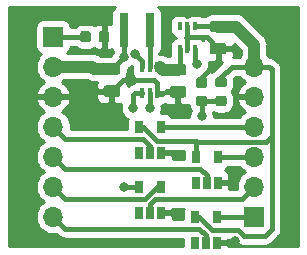
<source format=gbr>
G04 #@! TF.GenerationSoftware,KiCad,Pcbnew,(5.1.5)-3*
G04 #@! TF.CreationDate,2020-08-04T19:08:33+10:00*
G04 #@! TF.ProjectId,Interconnect,496e7465-7263-46f6-9e6e-6563742e6b69,rev 0.2*
G04 #@! TF.SameCoordinates,Original*
G04 #@! TF.FileFunction,Copper,L1,Top*
G04 #@! TF.FilePolarity,Positive*
%FSLAX46Y46*%
G04 Gerber Fmt 4.6, Leading zero omitted, Abs format (unit mm)*
G04 Created by KiCad (PCBNEW (5.1.5)-3) date 2020-08-04 19:08:33*
%MOMM*%
%LPD*%
G04 APERTURE LIST*
%ADD10O,1.700000X1.700000*%
%ADD11R,1.700000X1.700000*%
%ADD12C,0.020000*%
%ADD13R,0.400000X0.650000*%
%ADD14R,0.650000X1.060000*%
%ADD15R,0.400000X0.900000*%
%ADD16R,0.800000X2.900000*%
%ADD17C,0.800000*%
%ADD18C,0.400000*%
%ADD19C,1.000000*%
%ADD20C,0.254000*%
G04 APERTURE END LIST*
D10*
X167640000Y-89408000D03*
X167640000Y-91948000D03*
X167640000Y-94488000D03*
X167640000Y-97028000D03*
X167640000Y-99568000D03*
D11*
X167640000Y-102108000D03*
D10*
X150622000Y-102108000D03*
X150622000Y-99568000D03*
X150622000Y-97028000D03*
X150622000Y-94488000D03*
X150622000Y-91948000D03*
X150622000Y-89408000D03*
D11*
X150622000Y-86868000D03*
G04 #@! TA.AperFunction,SMDPad,CuDef*
D12*
G36*
X165123691Y-91869553D02*
G01*
X165144926Y-91872703D01*
X165165750Y-91877919D01*
X165185962Y-91885151D01*
X165205368Y-91894330D01*
X165223781Y-91905366D01*
X165241024Y-91918154D01*
X165256930Y-91932570D01*
X165271346Y-91948476D01*
X165284134Y-91965719D01*
X165295170Y-91984132D01*
X165304349Y-92003538D01*
X165311581Y-92023750D01*
X165316797Y-92044574D01*
X165319947Y-92065809D01*
X165321000Y-92087250D01*
X165321000Y-92524750D01*
X165319947Y-92546191D01*
X165316797Y-92567426D01*
X165311581Y-92588250D01*
X165304349Y-92608462D01*
X165295170Y-92627868D01*
X165284134Y-92646281D01*
X165271346Y-92663524D01*
X165256930Y-92679430D01*
X165241024Y-92693846D01*
X165223781Y-92706634D01*
X165205368Y-92717670D01*
X165185962Y-92726849D01*
X165165750Y-92734081D01*
X165144926Y-92739297D01*
X165123691Y-92742447D01*
X165102250Y-92743500D01*
X164589750Y-92743500D01*
X164568309Y-92742447D01*
X164547074Y-92739297D01*
X164526250Y-92734081D01*
X164506038Y-92726849D01*
X164486632Y-92717670D01*
X164468219Y-92706634D01*
X164450976Y-92693846D01*
X164435070Y-92679430D01*
X164420654Y-92663524D01*
X164407866Y-92646281D01*
X164396830Y-92627868D01*
X164387651Y-92608462D01*
X164380419Y-92588250D01*
X164375203Y-92567426D01*
X164372053Y-92546191D01*
X164371000Y-92524750D01*
X164371000Y-92087250D01*
X164372053Y-92065809D01*
X164375203Y-92044574D01*
X164380419Y-92023750D01*
X164387651Y-92003538D01*
X164396830Y-91984132D01*
X164407866Y-91965719D01*
X164420654Y-91948476D01*
X164435070Y-91932570D01*
X164450976Y-91918154D01*
X164468219Y-91905366D01*
X164486632Y-91894330D01*
X164506038Y-91885151D01*
X164526250Y-91877919D01*
X164547074Y-91872703D01*
X164568309Y-91869553D01*
X164589750Y-91868500D01*
X165102250Y-91868500D01*
X165123691Y-91869553D01*
G37*
G04 #@! TD.AperFunction*
G04 #@! TA.AperFunction,SMDPad,CuDef*
G36*
X165123691Y-90294553D02*
G01*
X165144926Y-90297703D01*
X165165750Y-90302919D01*
X165185962Y-90310151D01*
X165205368Y-90319330D01*
X165223781Y-90330366D01*
X165241024Y-90343154D01*
X165256930Y-90357570D01*
X165271346Y-90373476D01*
X165284134Y-90390719D01*
X165295170Y-90409132D01*
X165304349Y-90428538D01*
X165311581Y-90448750D01*
X165316797Y-90469574D01*
X165319947Y-90490809D01*
X165321000Y-90512250D01*
X165321000Y-90949750D01*
X165319947Y-90971191D01*
X165316797Y-90992426D01*
X165311581Y-91013250D01*
X165304349Y-91033462D01*
X165295170Y-91052868D01*
X165284134Y-91071281D01*
X165271346Y-91088524D01*
X165256930Y-91104430D01*
X165241024Y-91118846D01*
X165223781Y-91131634D01*
X165205368Y-91142670D01*
X165185962Y-91151849D01*
X165165750Y-91159081D01*
X165144926Y-91164297D01*
X165123691Y-91167447D01*
X165102250Y-91168500D01*
X164589750Y-91168500D01*
X164568309Y-91167447D01*
X164547074Y-91164297D01*
X164526250Y-91159081D01*
X164506038Y-91151849D01*
X164486632Y-91142670D01*
X164468219Y-91131634D01*
X164450976Y-91118846D01*
X164435070Y-91104430D01*
X164420654Y-91088524D01*
X164407866Y-91071281D01*
X164396830Y-91052868D01*
X164387651Y-91033462D01*
X164380419Y-91013250D01*
X164375203Y-90992426D01*
X164372053Y-90971191D01*
X164371000Y-90949750D01*
X164371000Y-90512250D01*
X164372053Y-90490809D01*
X164375203Y-90469574D01*
X164380419Y-90448750D01*
X164387651Y-90428538D01*
X164396830Y-90409132D01*
X164407866Y-90390719D01*
X164420654Y-90373476D01*
X164435070Y-90357570D01*
X164450976Y-90343154D01*
X164468219Y-90330366D01*
X164486632Y-90319330D01*
X164506038Y-90310151D01*
X164526250Y-90302919D01*
X164547074Y-90297703D01*
X164568309Y-90294553D01*
X164589750Y-90293500D01*
X165102250Y-90293500D01*
X165123691Y-90294553D01*
G37*
G04 #@! TD.AperFunction*
G04 #@! TA.AperFunction,SMDPad,CuDef*
G36*
X163472691Y-90317553D02*
G01*
X163493926Y-90320703D01*
X163514750Y-90325919D01*
X163534962Y-90333151D01*
X163554368Y-90342330D01*
X163572781Y-90353366D01*
X163590024Y-90366154D01*
X163605930Y-90380570D01*
X163620346Y-90396476D01*
X163633134Y-90413719D01*
X163644170Y-90432132D01*
X163653349Y-90451538D01*
X163660581Y-90471750D01*
X163665797Y-90492574D01*
X163668947Y-90513809D01*
X163670000Y-90535250D01*
X163670000Y-90972750D01*
X163668947Y-90994191D01*
X163665797Y-91015426D01*
X163660581Y-91036250D01*
X163653349Y-91056462D01*
X163644170Y-91075868D01*
X163633134Y-91094281D01*
X163620346Y-91111524D01*
X163605930Y-91127430D01*
X163590024Y-91141846D01*
X163572781Y-91154634D01*
X163554368Y-91165670D01*
X163534962Y-91174849D01*
X163514750Y-91182081D01*
X163493926Y-91187297D01*
X163472691Y-91190447D01*
X163451250Y-91191500D01*
X162938750Y-91191500D01*
X162917309Y-91190447D01*
X162896074Y-91187297D01*
X162875250Y-91182081D01*
X162855038Y-91174849D01*
X162835632Y-91165670D01*
X162817219Y-91154634D01*
X162799976Y-91141846D01*
X162784070Y-91127430D01*
X162769654Y-91111524D01*
X162756866Y-91094281D01*
X162745830Y-91075868D01*
X162736651Y-91056462D01*
X162729419Y-91036250D01*
X162724203Y-91015426D01*
X162721053Y-90994191D01*
X162720000Y-90972750D01*
X162720000Y-90535250D01*
X162721053Y-90513809D01*
X162724203Y-90492574D01*
X162729419Y-90471750D01*
X162736651Y-90451538D01*
X162745830Y-90432132D01*
X162756866Y-90413719D01*
X162769654Y-90396476D01*
X162784070Y-90380570D01*
X162799976Y-90366154D01*
X162817219Y-90353366D01*
X162835632Y-90342330D01*
X162855038Y-90333151D01*
X162875250Y-90325919D01*
X162896074Y-90320703D01*
X162917309Y-90317553D01*
X162938750Y-90316500D01*
X163451250Y-90316500D01*
X163472691Y-90317553D01*
G37*
G04 #@! TD.AperFunction*
G04 #@! TA.AperFunction,SMDPad,CuDef*
G36*
X163472691Y-91892553D02*
G01*
X163493926Y-91895703D01*
X163514750Y-91900919D01*
X163534962Y-91908151D01*
X163554368Y-91917330D01*
X163572781Y-91928366D01*
X163590024Y-91941154D01*
X163605930Y-91955570D01*
X163620346Y-91971476D01*
X163633134Y-91988719D01*
X163644170Y-92007132D01*
X163653349Y-92026538D01*
X163660581Y-92046750D01*
X163665797Y-92067574D01*
X163668947Y-92088809D01*
X163670000Y-92110250D01*
X163670000Y-92547750D01*
X163668947Y-92569191D01*
X163665797Y-92590426D01*
X163660581Y-92611250D01*
X163653349Y-92631462D01*
X163644170Y-92650868D01*
X163633134Y-92669281D01*
X163620346Y-92686524D01*
X163605930Y-92702430D01*
X163590024Y-92716846D01*
X163572781Y-92729634D01*
X163554368Y-92740670D01*
X163534962Y-92749849D01*
X163514750Y-92757081D01*
X163493926Y-92762297D01*
X163472691Y-92765447D01*
X163451250Y-92766500D01*
X162938750Y-92766500D01*
X162917309Y-92765447D01*
X162896074Y-92762297D01*
X162875250Y-92757081D01*
X162855038Y-92749849D01*
X162835632Y-92740670D01*
X162817219Y-92729634D01*
X162799976Y-92716846D01*
X162784070Y-92702430D01*
X162769654Y-92686524D01*
X162756866Y-92669281D01*
X162745830Y-92650868D01*
X162736651Y-92631462D01*
X162729419Y-92611250D01*
X162724203Y-92590426D01*
X162721053Y-92569191D01*
X162720000Y-92547750D01*
X162720000Y-92110250D01*
X162721053Y-92088809D01*
X162724203Y-92067574D01*
X162729419Y-92046750D01*
X162736651Y-92026538D01*
X162745830Y-92007132D01*
X162756866Y-91988719D01*
X162769654Y-91971476D01*
X162784070Y-91955570D01*
X162799976Y-91941154D01*
X162817219Y-91928366D01*
X162835632Y-91917330D01*
X162855038Y-91908151D01*
X162875250Y-91900919D01*
X162896074Y-91895703D01*
X162917309Y-91892553D01*
X162938750Y-91891500D01*
X163451250Y-91891500D01*
X163472691Y-91892553D01*
G37*
G04 #@! TD.AperFunction*
G04 #@! TA.AperFunction,SMDPad,CuDef*
G36*
X155180191Y-86394053D02*
G01*
X155201426Y-86397203D01*
X155222250Y-86402419D01*
X155242462Y-86409651D01*
X155261868Y-86418830D01*
X155280281Y-86429866D01*
X155297524Y-86442654D01*
X155313430Y-86457070D01*
X155327846Y-86472976D01*
X155340634Y-86490219D01*
X155351670Y-86508632D01*
X155360849Y-86528038D01*
X155368081Y-86548250D01*
X155373297Y-86569074D01*
X155376447Y-86590309D01*
X155377500Y-86611750D01*
X155377500Y-87124250D01*
X155376447Y-87145691D01*
X155373297Y-87166926D01*
X155368081Y-87187750D01*
X155360849Y-87207962D01*
X155351670Y-87227368D01*
X155340634Y-87245781D01*
X155327846Y-87263024D01*
X155313430Y-87278930D01*
X155297524Y-87293346D01*
X155280281Y-87306134D01*
X155261868Y-87317170D01*
X155242462Y-87326349D01*
X155222250Y-87333581D01*
X155201426Y-87338797D01*
X155180191Y-87341947D01*
X155158750Y-87343000D01*
X154721250Y-87343000D01*
X154699809Y-87341947D01*
X154678574Y-87338797D01*
X154657750Y-87333581D01*
X154637538Y-87326349D01*
X154618132Y-87317170D01*
X154599719Y-87306134D01*
X154582476Y-87293346D01*
X154566570Y-87278930D01*
X154552154Y-87263024D01*
X154539366Y-87245781D01*
X154528330Y-87227368D01*
X154519151Y-87207962D01*
X154511919Y-87187750D01*
X154506703Y-87166926D01*
X154503553Y-87145691D01*
X154502500Y-87124250D01*
X154502500Y-86611750D01*
X154503553Y-86590309D01*
X154506703Y-86569074D01*
X154511919Y-86548250D01*
X154519151Y-86528038D01*
X154528330Y-86508632D01*
X154539366Y-86490219D01*
X154552154Y-86472976D01*
X154566570Y-86457070D01*
X154582476Y-86442654D01*
X154599719Y-86429866D01*
X154618132Y-86418830D01*
X154637538Y-86409651D01*
X154657750Y-86402419D01*
X154678574Y-86397203D01*
X154699809Y-86394053D01*
X154721250Y-86393000D01*
X155158750Y-86393000D01*
X155180191Y-86394053D01*
G37*
G04 #@! TD.AperFunction*
G04 #@! TA.AperFunction,SMDPad,CuDef*
G36*
X153605191Y-86394053D02*
G01*
X153626426Y-86397203D01*
X153647250Y-86402419D01*
X153667462Y-86409651D01*
X153686868Y-86418830D01*
X153705281Y-86429866D01*
X153722524Y-86442654D01*
X153738430Y-86457070D01*
X153752846Y-86472976D01*
X153765634Y-86490219D01*
X153776670Y-86508632D01*
X153785849Y-86528038D01*
X153793081Y-86548250D01*
X153798297Y-86569074D01*
X153801447Y-86590309D01*
X153802500Y-86611750D01*
X153802500Y-87124250D01*
X153801447Y-87145691D01*
X153798297Y-87166926D01*
X153793081Y-87187750D01*
X153785849Y-87207962D01*
X153776670Y-87227368D01*
X153765634Y-87245781D01*
X153752846Y-87263024D01*
X153738430Y-87278930D01*
X153722524Y-87293346D01*
X153705281Y-87306134D01*
X153686868Y-87317170D01*
X153667462Y-87326349D01*
X153647250Y-87333581D01*
X153626426Y-87338797D01*
X153605191Y-87341947D01*
X153583750Y-87343000D01*
X153146250Y-87343000D01*
X153124809Y-87341947D01*
X153103574Y-87338797D01*
X153082750Y-87333581D01*
X153062538Y-87326349D01*
X153043132Y-87317170D01*
X153024719Y-87306134D01*
X153007476Y-87293346D01*
X152991570Y-87278930D01*
X152977154Y-87263024D01*
X152964366Y-87245781D01*
X152953330Y-87227368D01*
X152944151Y-87207962D01*
X152936919Y-87187750D01*
X152931703Y-87166926D01*
X152928553Y-87145691D01*
X152927500Y-87124250D01*
X152927500Y-86611750D01*
X152928553Y-86590309D01*
X152931703Y-86569074D01*
X152936919Y-86548250D01*
X152944151Y-86528038D01*
X152953330Y-86508632D01*
X152964366Y-86490219D01*
X152977154Y-86472976D01*
X152991570Y-86457070D01*
X153007476Y-86442654D01*
X153024719Y-86429866D01*
X153043132Y-86418830D01*
X153062538Y-86409651D01*
X153082750Y-86402419D01*
X153103574Y-86397203D01*
X153124809Y-86394053D01*
X153146250Y-86393000D01*
X153583750Y-86393000D01*
X153605191Y-86394053D01*
G37*
G04 #@! TD.AperFunction*
D13*
X162642000Y-87890000D03*
X161342000Y-87890000D03*
X161992000Y-85990000D03*
X161992000Y-87890000D03*
X161342000Y-85990000D03*
X162642000Y-85990000D03*
G04 #@! TA.AperFunction,SMDPad,CuDef*
D12*
G36*
X165072142Y-87397674D02*
G01*
X165095803Y-87401184D01*
X165119007Y-87406996D01*
X165141529Y-87415054D01*
X165163153Y-87425282D01*
X165183670Y-87437579D01*
X165202883Y-87451829D01*
X165220607Y-87467893D01*
X165236671Y-87485617D01*
X165250921Y-87504830D01*
X165263218Y-87525347D01*
X165273446Y-87546971D01*
X165281504Y-87569493D01*
X165287316Y-87592697D01*
X165290826Y-87616358D01*
X165292000Y-87640250D01*
X165292000Y-88127750D01*
X165290826Y-88151642D01*
X165287316Y-88175303D01*
X165281504Y-88198507D01*
X165273446Y-88221029D01*
X165263218Y-88242653D01*
X165250921Y-88263170D01*
X165236671Y-88282383D01*
X165220607Y-88300107D01*
X165202883Y-88316171D01*
X165183670Y-88330421D01*
X165163153Y-88342718D01*
X165141529Y-88352946D01*
X165119007Y-88361004D01*
X165095803Y-88366816D01*
X165072142Y-88370326D01*
X165048250Y-88371500D01*
X164135750Y-88371500D01*
X164111858Y-88370326D01*
X164088197Y-88366816D01*
X164064993Y-88361004D01*
X164042471Y-88352946D01*
X164020847Y-88342718D01*
X164000330Y-88330421D01*
X163981117Y-88316171D01*
X163963393Y-88300107D01*
X163947329Y-88282383D01*
X163933079Y-88263170D01*
X163920782Y-88242653D01*
X163910554Y-88221029D01*
X163902496Y-88198507D01*
X163896684Y-88175303D01*
X163893174Y-88151642D01*
X163892000Y-88127750D01*
X163892000Y-87640250D01*
X163893174Y-87616358D01*
X163896684Y-87592697D01*
X163902496Y-87569493D01*
X163910554Y-87546971D01*
X163920782Y-87525347D01*
X163933079Y-87504830D01*
X163947329Y-87485617D01*
X163963393Y-87467893D01*
X163981117Y-87451829D01*
X164000330Y-87437579D01*
X164020847Y-87425282D01*
X164042471Y-87415054D01*
X164064993Y-87406996D01*
X164088197Y-87401184D01*
X164111858Y-87397674D01*
X164135750Y-87396500D01*
X165048250Y-87396500D01*
X165072142Y-87397674D01*
G37*
G04 #@! TD.AperFunction*
G04 #@! TA.AperFunction,SMDPad,CuDef*
G36*
X165072142Y-85522674D02*
G01*
X165095803Y-85526184D01*
X165119007Y-85531996D01*
X165141529Y-85540054D01*
X165163153Y-85550282D01*
X165183670Y-85562579D01*
X165202883Y-85576829D01*
X165220607Y-85592893D01*
X165236671Y-85610617D01*
X165250921Y-85629830D01*
X165263218Y-85650347D01*
X165273446Y-85671971D01*
X165281504Y-85694493D01*
X165287316Y-85717697D01*
X165290826Y-85741358D01*
X165292000Y-85765250D01*
X165292000Y-86252750D01*
X165290826Y-86276642D01*
X165287316Y-86300303D01*
X165281504Y-86323507D01*
X165273446Y-86346029D01*
X165263218Y-86367653D01*
X165250921Y-86388170D01*
X165236671Y-86407383D01*
X165220607Y-86425107D01*
X165202883Y-86441171D01*
X165183670Y-86455421D01*
X165163153Y-86467718D01*
X165141529Y-86477946D01*
X165119007Y-86486004D01*
X165095803Y-86491816D01*
X165072142Y-86495326D01*
X165048250Y-86496500D01*
X164135750Y-86496500D01*
X164111858Y-86495326D01*
X164088197Y-86491816D01*
X164064993Y-86486004D01*
X164042471Y-86477946D01*
X164020847Y-86467718D01*
X164000330Y-86455421D01*
X163981117Y-86441171D01*
X163963393Y-86425107D01*
X163947329Y-86407383D01*
X163933079Y-86388170D01*
X163920782Y-86367653D01*
X163910554Y-86346029D01*
X163902496Y-86323507D01*
X163896684Y-86300303D01*
X163893174Y-86276642D01*
X163892000Y-86252750D01*
X163892000Y-85765250D01*
X163893174Y-85741358D01*
X163896684Y-85717697D01*
X163902496Y-85694493D01*
X163910554Y-85671971D01*
X163920782Y-85650347D01*
X163933079Y-85629830D01*
X163947329Y-85610617D01*
X163963393Y-85592893D01*
X163981117Y-85576829D01*
X164000330Y-85562579D01*
X164020847Y-85550282D01*
X164042471Y-85540054D01*
X164064993Y-85531996D01*
X164088197Y-85526184D01*
X164111858Y-85522674D01*
X164135750Y-85521500D01*
X165048250Y-85521500D01*
X165072142Y-85522674D01*
G37*
G04 #@! TD.AperFunction*
D14*
X162626000Y-102108000D03*
X164526000Y-102108000D03*
X164526000Y-104308000D03*
X163576000Y-104308000D03*
X162626000Y-104308000D03*
X157882000Y-99568000D03*
X159782000Y-99568000D03*
X159782000Y-101768000D03*
X158832000Y-101768000D03*
X157882000Y-101768000D03*
X162692000Y-97028000D03*
X164592000Y-97028000D03*
X164592000Y-99228000D03*
X163642000Y-99228000D03*
X162692000Y-99228000D03*
X157882000Y-94488000D03*
X159782000Y-94488000D03*
X159782000Y-96688000D03*
X158832000Y-96688000D03*
X157882000Y-96688000D03*
D15*
X158142000Y-89440000D03*
X159442000Y-89440000D03*
X158792000Y-91640000D03*
X158792000Y-89440000D03*
X159442000Y-91640000D03*
X158142000Y-91640000D03*
D16*
X158792000Y-86340000D03*
X156592000Y-86340000D03*
G04 #@! TA.AperFunction,SMDPad,CuDef*
D12*
G36*
X161672142Y-91053674D02*
G01*
X161695803Y-91057184D01*
X161719007Y-91062996D01*
X161741529Y-91071054D01*
X161763153Y-91081282D01*
X161783670Y-91093579D01*
X161802883Y-91107829D01*
X161820607Y-91123893D01*
X161836671Y-91141617D01*
X161850921Y-91160830D01*
X161863218Y-91181347D01*
X161873446Y-91202971D01*
X161881504Y-91225493D01*
X161887316Y-91248697D01*
X161890826Y-91272358D01*
X161892000Y-91296250D01*
X161892000Y-91783750D01*
X161890826Y-91807642D01*
X161887316Y-91831303D01*
X161881504Y-91854507D01*
X161873446Y-91877029D01*
X161863218Y-91898653D01*
X161850921Y-91919170D01*
X161836671Y-91938383D01*
X161820607Y-91956107D01*
X161802883Y-91972171D01*
X161783670Y-91986421D01*
X161763153Y-91998718D01*
X161741529Y-92008946D01*
X161719007Y-92017004D01*
X161695803Y-92022816D01*
X161672142Y-92026326D01*
X161648250Y-92027500D01*
X160735750Y-92027500D01*
X160711858Y-92026326D01*
X160688197Y-92022816D01*
X160664993Y-92017004D01*
X160642471Y-92008946D01*
X160620847Y-91998718D01*
X160600330Y-91986421D01*
X160581117Y-91972171D01*
X160563393Y-91956107D01*
X160547329Y-91938383D01*
X160533079Y-91919170D01*
X160520782Y-91898653D01*
X160510554Y-91877029D01*
X160502496Y-91854507D01*
X160496684Y-91831303D01*
X160493174Y-91807642D01*
X160492000Y-91783750D01*
X160492000Y-91296250D01*
X160493174Y-91272358D01*
X160496684Y-91248697D01*
X160502496Y-91225493D01*
X160510554Y-91202971D01*
X160520782Y-91181347D01*
X160533079Y-91160830D01*
X160547329Y-91141617D01*
X160563393Y-91123893D01*
X160581117Y-91107829D01*
X160600330Y-91093579D01*
X160620847Y-91081282D01*
X160642471Y-91071054D01*
X160664993Y-91062996D01*
X160688197Y-91057184D01*
X160711858Y-91053674D01*
X160735750Y-91052500D01*
X161648250Y-91052500D01*
X161672142Y-91053674D01*
G37*
G04 #@! TD.AperFunction*
G04 #@! TA.AperFunction,SMDPad,CuDef*
G36*
X161672142Y-89178674D02*
G01*
X161695803Y-89182184D01*
X161719007Y-89187996D01*
X161741529Y-89196054D01*
X161763153Y-89206282D01*
X161783670Y-89218579D01*
X161802883Y-89232829D01*
X161820607Y-89248893D01*
X161836671Y-89266617D01*
X161850921Y-89285830D01*
X161863218Y-89306347D01*
X161873446Y-89327971D01*
X161881504Y-89350493D01*
X161887316Y-89373697D01*
X161890826Y-89397358D01*
X161892000Y-89421250D01*
X161892000Y-89908750D01*
X161890826Y-89932642D01*
X161887316Y-89956303D01*
X161881504Y-89979507D01*
X161873446Y-90002029D01*
X161863218Y-90023653D01*
X161850921Y-90044170D01*
X161836671Y-90063383D01*
X161820607Y-90081107D01*
X161802883Y-90097171D01*
X161783670Y-90111421D01*
X161763153Y-90123718D01*
X161741529Y-90133946D01*
X161719007Y-90142004D01*
X161695803Y-90147816D01*
X161672142Y-90151326D01*
X161648250Y-90152500D01*
X160735750Y-90152500D01*
X160711858Y-90151326D01*
X160688197Y-90147816D01*
X160664993Y-90142004D01*
X160642471Y-90133946D01*
X160620847Y-90123718D01*
X160600330Y-90111421D01*
X160581117Y-90097171D01*
X160563393Y-90081107D01*
X160547329Y-90063383D01*
X160533079Y-90044170D01*
X160520782Y-90023653D01*
X160510554Y-90002029D01*
X160502496Y-89979507D01*
X160496684Y-89956303D01*
X160493174Y-89932642D01*
X160492000Y-89908750D01*
X160492000Y-89421250D01*
X160493174Y-89397358D01*
X160496684Y-89373697D01*
X160502496Y-89350493D01*
X160510554Y-89327971D01*
X160520782Y-89306347D01*
X160533079Y-89285830D01*
X160547329Y-89266617D01*
X160563393Y-89248893D01*
X160581117Y-89232829D01*
X160600330Y-89218579D01*
X160620847Y-89206282D01*
X160642471Y-89196054D01*
X160664993Y-89187996D01*
X160688197Y-89182184D01*
X160711858Y-89178674D01*
X160735750Y-89177500D01*
X161648250Y-89177500D01*
X161672142Y-89178674D01*
G37*
G04 #@! TD.AperFunction*
G04 #@! TA.AperFunction,SMDPad,CuDef*
G36*
X156072142Y-90991174D02*
G01*
X156095803Y-90994684D01*
X156119007Y-91000496D01*
X156141529Y-91008554D01*
X156163153Y-91018782D01*
X156183670Y-91031079D01*
X156202883Y-91045329D01*
X156220607Y-91061393D01*
X156236671Y-91079117D01*
X156250921Y-91098330D01*
X156263218Y-91118847D01*
X156273446Y-91140471D01*
X156281504Y-91162993D01*
X156287316Y-91186197D01*
X156290826Y-91209858D01*
X156292000Y-91233750D01*
X156292000Y-91721250D01*
X156290826Y-91745142D01*
X156287316Y-91768803D01*
X156281504Y-91792007D01*
X156273446Y-91814529D01*
X156263218Y-91836153D01*
X156250921Y-91856670D01*
X156236671Y-91875883D01*
X156220607Y-91893607D01*
X156202883Y-91909671D01*
X156183670Y-91923921D01*
X156163153Y-91936218D01*
X156141529Y-91946446D01*
X156119007Y-91954504D01*
X156095803Y-91960316D01*
X156072142Y-91963826D01*
X156048250Y-91965000D01*
X155135750Y-91965000D01*
X155111858Y-91963826D01*
X155088197Y-91960316D01*
X155064993Y-91954504D01*
X155042471Y-91946446D01*
X155020847Y-91936218D01*
X155000330Y-91923921D01*
X154981117Y-91909671D01*
X154963393Y-91893607D01*
X154947329Y-91875883D01*
X154933079Y-91856670D01*
X154920782Y-91836153D01*
X154910554Y-91814529D01*
X154902496Y-91792007D01*
X154896684Y-91768803D01*
X154893174Y-91745142D01*
X154892000Y-91721250D01*
X154892000Y-91233750D01*
X154893174Y-91209858D01*
X154896684Y-91186197D01*
X154902496Y-91162993D01*
X154910554Y-91140471D01*
X154920782Y-91118847D01*
X154933079Y-91098330D01*
X154947329Y-91079117D01*
X154963393Y-91061393D01*
X154981117Y-91045329D01*
X155000330Y-91031079D01*
X155020847Y-91018782D01*
X155042471Y-91008554D01*
X155064993Y-91000496D01*
X155088197Y-90994684D01*
X155111858Y-90991174D01*
X155135750Y-90990000D01*
X156048250Y-90990000D01*
X156072142Y-90991174D01*
G37*
G04 #@! TD.AperFunction*
G04 #@! TA.AperFunction,SMDPad,CuDef*
G36*
X156072142Y-89116174D02*
G01*
X156095803Y-89119684D01*
X156119007Y-89125496D01*
X156141529Y-89133554D01*
X156163153Y-89143782D01*
X156183670Y-89156079D01*
X156202883Y-89170329D01*
X156220607Y-89186393D01*
X156236671Y-89204117D01*
X156250921Y-89223330D01*
X156263218Y-89243847D01*
X156273446Y-89265471D01*
X156281504Y-89287993D01*
X156287316Y-89311197D01*
X156290826Y-89334858D01*
X156292000Y-89358750D01*
X156292000Y-89846250D01*
X156290826Y-89870142D01*
X156287316Y-89893803D01*
X156281504Y-89917007D01*
X156273446Y-89939529D01*
X156263218Y-89961153D01*
X156250921Y-89981670D01*
X156236671Y-90000883D01*
X156220607Y-90018607D01*
X156202883Y-90034671D01*
X156183670Y-90048921D01*
X156163153Y-90061218D01*
X156141529Y-90071446D01*
X156119007Y-90079504D01*
X156095803Y-90085316D01*
X156072142Y-90088826D01*
X156048250Y-90090000D01*
X155135750Y-90090000D01*
X155111858Y-90088826D01*
X155088197Y-90085316D01*
X155064993Y-90079504D01*
X155042471Y-90071446D01*
X155020847Y-90061218D01*
X155000330Y-90048921D01*
X154981117Y-90034671D01*
X154963393Y-90018607D01*
X154947329Y-90000883D01*
X154933079Y-89981670D01*
X154920782Y-89961153D01*
X154910554Y-89939529D01*
X154902496Y-89917007D01*
X154896684Y-89893803D01*
X154893174Y-89870142D01*
X154892000Y-89846250D01*
X154892000Y-89358750D01*
X154893174Y-89334858D01*
X154896684Y-89311197D01*
X154902496Y-89287993D01*
X154910554Y-89265471D01*
X154920782Y-89243847D01*
X154933079Y-89223330D01*
X154947329Y-89204117D01*
X154963393Y-89186393D01*
X154981117Y-89170329D01*
X155000330Y-89156079D01*
X155020847Y-89143782D01*
X155042471Y-89133554D01*
X155064993Y-89125496D01*
X155088197Y-89119684D01*
X155111858Y-89116174D01*
X155135750Y-89115000D01*
X156048250Y-89115000D01*
X156072142Y-89116174D01*
G37*
G04 #@! TD.AperFunction*
D17*
X161163000Y-101854000D03*
X165989000Y-104140000D03*
X161290000Y-96901000D03*
X166116000Y-98298000D03*
X164592000Y-87884000D03*
X161290000Y-92964000D03*
X155575000Y-93091000D03*
X154178000Y-84963000D03*
X156591000Y-99568000D03*
X163195000Y-93599000D03*
X156592000Y-88602500D03*
X157392000Y-92939990D03*
X157592000Y-88340000D03*
X162814000Y-89154000D03*
X158792000Y-92940000D03*
X159917010Y-89665000D03*
D18*
X159442000Y-90790000D02*
X159442000Y-91640000D01*
X159192000Y-90540000D02*
X159442000Y-90790000D01*
X155592000Y-91477500D02*
X156529500Y-90540000D01*
X156529500Y-90540000D02*
X159192000Y-90540000D01*
X163195000Y-90316500D02*
X164084000Y-89427500D01*
X163195000Y-90754000D02*
X163195000Y-90316500D01*
X163636000Y-86928000D02*
X164592000Y-87884000D01*
X161992000Y-86928000D02*
X163636000Y-86928000D01*
X161992000Y-86928000D02*
X161992000Y-85990000D01*
X161992000Y-87890000D02*
X161992000Y-86928000D01*
X164526000Y-104308000D02*
X165821000Y-104308000D01*
X165821000Y-104308000D02*
X165989000Y-104140000D01*
X164592000Y-87884000D02*
X164592000Y-87884000D01*
X154940000Y-86868000D02*
X154940000Y-85725000D01*
X154940000Y-85725000D02*
X154178000Y-84963000D01*
X164573000Y-85990000D02*
X164592000Y-86009000D01*
X162642000Y-85990000D02*
X164573000Y-85990000D01*
D19*
X167640000Y-87558000D02*
X167640000Y-89408000D01*
X166091000Y-86009000D02*
X167640000Y-87558000D01*
X164592000Y-86009000D02*
X166091000Y-86009000D01*
D18*
X164846000Y-90293500D02*
X165731500Y-89408000D01*
X164846000Y-90731000D02*
X164846000Y-90293500D01*
X165731500Y-89408000D02*
X167640000Y-89408000D01*
X157882000Y-94488000D02*
X158206998Y-94488000D01*
X158206998Y-94488000D02*
X159456999Y-95738001D01*
X168890000Y-89408000D02*
X167640000Y-89408000D01*
X169119990Y-89637990D02*
X168890000Y-89408000D01*
X169119990Y-95294010D02*
X169119990Y-89637990D01*
X162692000Y-95753000D02*
X162692000Y-97028000D01*
X162706999Y-95738001D02*
X162692000Y-95753000D01*
X159456999Y-95738001D02*
X162706999Y-95738001D01*
X162706999Y-95738001D02*
X162726998Y-95758000D01*
X168656000Y-95758000D02*
X169119990Y-95294010D01*
X162726998Y-95758000D02*
X168656000Y-95758000D01*
X168529000Y-103759000D02*
X169119990Y-103168010D01*
X162950998Y-102108000D02*
X164093998Y-103251000D01*
X162626000Y-102108000D02*
X162950998Y-102108000D01*
X169119990Y-103168010D02*
X169119990Y-95294010D01*
X166751000Y-103759000D02*
X168529000Y-103759000D01*
X164093998Y-103251000D02*
X166243000Y-103251000D01*
X166243000Y-103251000D02*
X166751000Y-103759000D01*
X164823000Y-92329000D02*
X164846000Y-92306000D01*
X163195000Y-92329000D02*
X164823000Y-92329000D01*
X157882000Y-99568000D02*
X156591000Y-99568000D01*
X163195000Y-93599000D02*
X163195000Y-92329000D01*
X156592000Y-88602500D02*
X155592000Y-89602500D01*
X156592000Y-86340000D02*
X156592000Y-88602500D01*
X158142000Y-91640000D02*
X157542000Y-91640000D01*
X157392000Y-91790000D02*
X157392000Y-92939990D01*
X157542000Y-91640000D02*
X157392000Y-91790000D01*
D19*
X154118500Y-89602500D02*
X155592000Y-89602500D01*
X153924000Y-89408000D02*
X154118500Y-89602500D01*
X153162000Y-89408000D02*
X153924000Y-89408000D01*
X153162000Y-89408000D02*
X150622000Y-89408000D01*
D18*
X151638000Y-98044000D02*
X150622000Y-97028000D01*
X163083002Y-98044000D02*
X151638000Y-98044000D01*
X163642000Y-99228000D02*
X163642000Y-98602998D01*
X163642000Y-98602998D02*
X163083002Y-98044000D01*
X151638000Y-95504000D02*
X150622000Y-94488000D01*
X158242000Y-95504000D02*
X151638000Y-95504000D01*
X158832000Y-96688000D02*
X158832000Y-96094000D01*
X158832000Y-96094000D02*
X158242000Y-95504000D01*
X158142000Y-89440000D02*
X158142000Y-88890000D01*
X158142000Y-88890000D02*
X157592000Y-88340000D01*
X162642000Y-87890000D02*
X162642000Y-88982000D01*
X162642000Y-88982000D02*
X162814000Y-89154000D01*
X153365000Y-86868000D02*
X150622000Y-86868000D01*
X164592000Y-97028000D02*
X167640000Y-97028000D01*
X160782000Y-94488000D02*
X167640000Y-94488000D01*
X160782000Y-94488000D02*
X159782000Y-94488000D01*
X158792000Y-89440000D02*
X158792000Y-86340000D01*
X163017002Y-103124000D02*
X151638000Y-103124000D01*
X151638000Y-103124000D02*
X150622000Y-102108000D01*
X163576000Y-104308000D02*
X163576000Y-103682998D01*
X163576000Y-103682998D02*
X163017002Y-103124000D01*
X151638000Y-100584000D02*
X150622000Y-99568000D01*
X158409458Y-100584000D02*
X151638000Y-100584000D01*
X159782000Y-99568000D02*
X159425458Y-99568000D01*
X159425458Y-99568000D02*
X158409458Y-100584000D01*
X158792000Y-91640000D02*
X158792000Y-92940000D01*
X161367000Y-89440000D02*
X161592000Y-89665000D01*
D19*
X161192000Y-89665000D02*
X159917010Y-89665000D01*
X159917010Y-89665000D02*
X159692010Y-89440000D01*
D18*
X161342000Y-89515000D02*
X161192000Y-89665000D01*
X161342000Y-87890000D02*
X161342000Y-89515000D01*
X164526000Y-102108000D02*
X167640000Y-102108000D01*
X158832000Y-101010000D02*
X158832000Y-101768000D01*
X159258000Y-100584000D02*
X158832000Y-101010000D01*
X167640000Y-99568000D02*
X166624000Y-100584000D01*
X166624000Y-100584000D02*
X159258000Y-100584000D01*
D20*
G36*
X171384513Y-84353666D02*
G01*
X171385000Y-84358301D01*
X171385001Y-104615715D01*
X171384335Y-104622513D01*
X171379699Y-104623000D01*
X165486368Y-104623000D01*
X165486000Y-104593750D01*
X165327250Y-104435000D01*
X164653000Y-104435000D01*
X164653000Y-104455000D01*
X164539072Y-104455000D01*
X164539072Y-104161000D01*
X164653000Y-104161000D01*
X164653000Y-104181000D01*
X165327250Y-104181000D01*
X165422250Y-104086000D01*
X165897133Y-104086000D01*
X166131554Y-104320421D01*
X166157709Y-104352291D01*
X166284854Y-104456636D01*
X166429913Y-104534172D01*
X166587311Y-104581918D01*
X166709981Y-104594000D01*
X166709991Y-104594000D01*
X166750999Y-104598039D01*
X166792007Y-104594000D01*
X168487982Y-104594000D01*
X168529000Y-104598040D01*
X168570018Y-104594000D01*
X168570019Y-104594000D01*
X168692689Y-104581918D01*
X168850087Y-104534172D01*
X168995146Y-104456636D01*
X169122291Y-104352291D01*
X169148445Y-104320422D01*
X169681417Y-103787451D01*
X169713281Y-103761301D01*
X169817626Y-103634156D01*
X169895162Y-103489097D01*
X169942908Y-103331699D01*
X169949594Y-103263812D01*
X169959030Y-103168011D01*
X169954990Y-103126992D01*
X169954990Y-95335028D01*
X169959030Y-95294010D01*
X169954990Y-95252991D01*
X169954990Y-89679008D01*
X169959030Y-89637990D01*
X169942908Y-89474301D01*
X169939708Y-89463752D01*
X169895162Y-89316903D01*
X169817626Y-89171844D01*
X169713281Y-89044699D01*
X169681411Y-89018544D01*
X169509446Y-88846579D01*
X169483291Y-88814709D01*
X169356146Y-88710364D01*
X169211087Y-88632828D01*
X169053689Y-88585082D01*
X168931019Y-88573000D01*
X168931018Y-88573000D01*
X168890000Y-88568960D01*
X168866887Y-88571236D01*
X168793475Y-88461368D01*
X168775000Y-88442893D01*
X168775000Y-87613752D01*
X168780491Y-87558000D01*
X168758577Y-87335501D01*
X168693676Y-87121553D01*
X168588284Y-86924377D01*
X168566875Y-86898290D01*
X168446449Y-86751551D01*
X168403140Y-86716009D01*
X166932996Y-85245865D01*
X166897449Y-85202551D01*
X166724623Y-85060716D01*
X166527447Y-84955324D01*
X166313499Y-84890423D01*
X166146752Y-84874000D01*
X166146751Y-84874000D01*
X166091000Y-84868509D01*
X166035249Y-84874000D01*
X164536248Y-84874000D01*
X164440523Y-84883428D01*
X164135750Y-84883428D01*
X163963715Y-84900372D01*
X163798291Y-84950553D01*
X163645836Y-85032042D01*
X163512208Y-85141708D01*
X163501300Y-85155000D01*
X163221518Y-85155000D01*
X163196494Y-85134463D01*
X163086180Y-85075498D01*
X162966482Y-85039188D01*
X162842000Y-85026928D01*
X162442000Y-85026928D01*
X162317518Y-85039188D01*
X162313672Y-85040355D01*
X162223750Y-85030000D01*
X162155782Y-85097968D01*
X162087506Y-85134463D01*
X161992000Y-85212842D01*
X161896494Y-85134463D01*
X161828218Y-85097968D01*
X161760250Y-85030000D01*
X161670328Y-85040355D01*
X161666482Y-85039188D01*
X161542000Y-85026928D01*
X161142000Y-85026928D01*
X161017518Y-85039188D01*
X160897820Y-85075498D01*
X160787506Y-85134463D01*
X160690815Y-85213815D01*
X160611463Y-85310506D01*
X160552498Y-85420820D01*
X160516188Y-85540518D01*
X160503928Y-85665000D01*
X160503928Y-86315000D01*
X160516188Y-86439482D01*
X160552498Y-86559180D01*
X160611463Y-86669494D01*
X160690815Y-86766185D01*
X160787506Y-86845537D01*
X160897820Y-86904502D01*
X161014841Y-86940000D01*
X160897820Y-86975498D01*
X160787506Y-87034463D01*
X160690815Y-87113815D01*
X160611463Y-87210506D01*
X160552498Y-87320820D01*
X160516188Y-87440518D01*
X160503928Y-87565000D01*
X160503928Y-88215000D01*
X160507000Y-88246194D01*
X160507000Y-88530000D01*
X160372280Y-88530000D01*
X160325632Y-88491717D01*
X160128456Y-88386324D01*
X159914508Y-88321423D01*
X159692010Y-88299509D01*
X159627000Y-88305912D01*
X159627000Y-88254468D01*
X159643185Y-88241185D01*
X159722537Y-88144494D01*
X159781502Y-88034180D01*
X159817812Y-87914482D01*
X159830072Y-87790000D01*
X159830072Y-84890000D01*
X159817812Y-84765518D01*
X159781502Y-84645820D01*
X159722537Y-84535506D01*
X159643185Y-84438815D01*
X159546494Y-84359463D01*
X159534403Y-84353000D01*
X171377725Y-84353000D01*
X171384513Y-84353666D01*
G37*
X171384513Y-84353666D02*
X171385000Y-84358301D01*
X171385001Y-104615715D01*
X171384335Y-104622513D01*
X171379699Y-104623000D01*
X165486368Y-104623000D01*
X165486000Y-104593750D01*
X165327250Y-104435000D01*
X164653000Y-104435000D01*
X164653000Y-104455000D01*
X164539072Y-104455000D01*
X164539072Y-104161000D01*
X164653000Y-104161000D01*
X164653000Y-104181000D01*
X165327250Y-104181000D01*
X165422250Y-104086000D01*
X165897133Y-104086000D01*
X166131554Y-104320421D01*
X166157709Y-104352291D01*
X166284854Y-104456636D01*
X166429913Y-104534172D01*
X166587311Y-104581918D01*
X166709981Y-104594000D01*
X166709991Y-104594000D01*
X166750999Y-104598039D01*
X166792007Y-104594000D01*
X168487982Y-104594000D01*
X168529000Y-104598040D01*
X168570018Y-104594000D01*
X168570019Y-104594000D01*
X168692689Y-104581918D01*
X168850087Y-104534172D01*
X168995146Y-104456636D01*
X169122291Y-104352291D01*
X169148445Y-104320422D01*
X169681417Y-103787451D01*
X169713281Y-103761301D01*
X169817626Y-103634156D01*
X169895162Y-103489097D01*
X169942908Y-103331699D01*
X169949594Y-103263812D01*
X169959030Y-103168011D01*
X169954990Y-103126992D01*
X169954990Y-95335028D01*
X169959030Y-95294010D01*
X169954990Y-95252991D01*
X169954990Y-89679008D01*
X169959030Y-89637990D01*
X169942908Y-89474301D01*
X169939708Y-89463752D01*
X169895162Y-89316903D01*
X169817626Y-89171844D01*
X169713281Y-89044699D01*
X169681411Y-89018544D01*
X169509446Y-88846579D01*
X169483291Y-88814709D01*
X169356146Y-88710364D01*
X169211087Y-88632828D01*
X169053689Y-88585082D01*
X168931019Y-88573000D01*
X168931018Y-88573000D01*
X168890000Y-88568960D01*
X168866887Y-88571236D01*
X168793475Y-88461368D01*
X168775000Y-88442893D01*
X168775000Y-87613752D01*
X168780491Y-87558000D01*
X168758577Y-87335501D01*
X168693676Y-87121553D01*
X168588284Y-86924377D01*
X168566875Y-86898290D01*
X168446449Y-86751551D01*
X168403140Y-86716009D01*
X166932996Y-85245865D01*
X166897449Y-85202551D01*
X166724623Y-85060716D01*
X166527447Y-84955324D01*
X166313499Y-84890423D01*
X166146752Y-84874000D01*
X166146751Y-84874000D01*
X166091000Y-84868509D01*
X166035249Y-84874000D01*
X164536248Y-84874000D01*
X164440523Y-84883428D01*
X164135750Y-84883428D01*
X163963715Y-84900372D01*
X163798291Y-84950553D01*
X163645836Y-85032042D01*
X163512208Y-85141708D01*
X163501300Y-85155000D01*
X163221518Y-85155000D01*
X163196494Y-85134463D01*
X163086180Y-85075498D01*
X162966482Y-85039188D01*
X162842000Y-85026928D01*
X162442000Y-85026928D01*
X162317518Y-85039188D01*
X162313672Y-85040355D01*
X162223750Y-85030000D01*
X162155782Y-85097968D01*
X162087506Y-85134463D01*
X161992000Y-85212842D01*
X161896494Y-85134463D01*
X161828218Y-85097968D01*
X161760250Y-85030000D01*
X161670328Y-85040355D01*
X161666482Y-85039188D01*
X161542000Y-85026928D01*
X161142000Y-85026928D01*
X161017518Y-85039188D01*
X160897820Y-85075498D01*
X160787506Y-85134463D01*
X160690815Y-85213815D01*
X160611463Y-85310506D01*
X160552498Y-85420820D01*
X160516188Y-85540518D01*
X160503928Y-85665000D01*
X160503928Y-86315000D01*
X160516188Y-86439482D01*
X160552498Y-86559180D01*
X160611463Y-86669494D01*
X160690815Y-86766185D01*
X160787506Y-86845537D01*
X160897820Y-86904502D01*
X161014841Y-86940000D01*
X160897820Y-86975498D01*
X160787506Y-87034463D01*
X160690815Y-87113815D01*
X160611463Y-87210506D01*
X160552498Y-87320820D01*
X160516188Y-87440518D01*
X160503928Y-87565000D01*
X160503928Y-88215000D01*
X160507000Y-88246194D01*
X160507000Y-88530000D01*
X160372280Y-88530000D01*
X160325632Y-88491717D01*
X160128456Y-88386324D01*
X159914508Y-88321423D01*
X159692010Y-88299509D01*
X159627000Y-88305912D01*
X159627000Y-88254468D01*
X159643185Y-88241185D01*
X159722537Y-88144494D01*
X159781502Y-88034180D01*
X159817812Y-87914482D01*
X159830072Y-87790000D01*
X159830072Y-84890000D01*
X159817812Y-84765518D01*
X159781502Y-84645820D01*
X159722537Y-84535506D01*
X159643185Y-84438815D01*
X159546494Y-84359463D01*
X159534403Y-84353000D01*
X171377725Y-84353000D01*
X171384513Y-84353666D01*
G36*
X155837506Y-84359463D02*
G01*
X155740815Y-84438815D01*
X155661463Y-84535506D01*
X155602498Y-84645820D01*
X155566188Y-84765518D01*
X155553928Y-84890000D01*
X155553928Y-85782946D01*
X155501982Y-85767188D01*
X155377500Y-85754928D01*
X155225750Y-85758000D01*
X155067000Y-85916750D01*
X155067000Y-86741000D01*
X155087000Y-86741000D01*
X155087000Y-86995000D01*
X155067000Y-86995000D01*
X155067000Y-87819250D01*
X155225750Y-87978000D01*
X155377500Y-87981072D01*
X155501982Y-87968812D01*
X155575870Y-87946398D01*
X155602498Y-88034180D01*
X155661448Y-88144466D01*
X155596774Y-88300602D01*
X155567908Y-88445724D01*
X155546132Y-88467500D01*
X154567108Y-88467500D01*
X154557623Y-88459716D01*
X154360447Y-88354324D01*
X154146499Y-88289423D01*
X153979752Y-88273000D01*
X153979751Y-88273000D01*
X153924000Y-88267509D01*
X153868249Y-88273000D01*
X151780728Y-88273000D01*
X151826494Y-88248537D01*
X151923185Y-88169185D01*
X152002537Y-88072494D01*
X152061502Y-87962180D01*
X152097812Y-87842482D01*
X152110072Y-87718000D01*
X152110072Y-87703000D01*
X152518132Y-87703000D01*
X152540385Y-87730115D01*
X152670225Y-87836671D01*
X152818358Y-87915850D01*
X152979092Y-87964608D01*
X153146250Y-87981072D01*
X153583750Y-87981072D01*
X153750908Y-87964608D01*
X153911642Y-87915850D01*
X154059775Y-87836671D01*
X154081430Y-87818900D01*
X154148006Y-87873537D01*
X154258320Y-87932502D01*
X154378018Y-87968812D01*
X154502500Y-87981072D01*
X154654250Y-87978000D01*
X154813000Y-87819250D01*
X154813000Y-86995000D01*
X154793000Y-86995000D01*
X154793000Y-86741000D01*
X154813000Y-86741000D01*
X154813000Y-85916750D01*
X154654250Y-85758000D01*
X154502500Y-85754928D01*
X154378018Y-85767188D01*
X154258320Y-85803498D01*
X154148006Y-85862463D01*
X154081430Y-85917100D01*
X154059775Y-85899329D01*
X153911642Y-85820150D01*
X153750908Y-85771392D01*
X153583750Y-85754928D01*
X153146250Y-85754928D01*
X152979092Y-85771392D01*
X152818358Y-85820150D01*
X152670225Y-85899329D01*
X152540385Y-86005885D01*
X152518132Y-86033000D01*
X152110072Y-86033000D01*
X152110072Y-86018000D01*
X152097812Y-85893518D01*
X152061502Y-85773820D01*
X152002537Y-85663506D01*
X151923185Y-85566815D01*
X151826494Y-85487463D01*
X151716180Y-85428498D01*
X151596482Y-85392188D01*
X151472000Y-85379928D01*
X149772000Y-85379928D01*
X149647518Y-85392188D01*
X149527820Y-85428498D01*
X149417506Y-85487463D01*
X149320815Y-85566815D01*
X149241463Y-85663506D01*
X149182498Y-85773820D01*
X149146188Y-85893518D01*
X149133928Y-86018000D01*
X149133928Y-87718000D01*
X149146188Y-87842482D01*
X149182498Y-87962180D01*
X149241463Y-88072494D01*
X149320815Y-88169185D01*
X149417506Y-88248537D01*
X149527820Y-88307502D01*
X149600380Y-88329513D01*
X149468525Y-88461368D01*
X149306010Y-88704589D01*
X149194068Y-88974842D01*
X149137000Y-89261740D01*
X149137000Y-89554260D01*
X149194068Y-89841158D01*
X149306010Y-90111411D01*
X149468525Y-90354632D01*
X149675368Y-90561475D01*
X149857534Y-90683195D01*
X149740645Y-90752822D01*
X149524412Y-90947731D01*
X149350359Y-91181080D01*
X149225175Y-91443901D01*
X149180524Y-91591110D01*
X149301845Y-91821000D01*
X150495000Y-91821000D01*
X150495000Y-91801000D01*
X150749000Y-91801000D01*
X150749000Y-91821000D01*
X151942155Y-91821000D01*
X152063476Y-91591110D01*
X152018825Y-91443901D01*
X151893641Y-91181080D01*
X151719588Y-90947731D01*
X151503355Y-90752822D01*
X151386466Y-90683195D01*
X151568632Y-90561475D01*
X151587107Y-90543000D01*
X153475392Y-90543000D01*
X153484877Y-90550784D01*
X153682053Y-90656176D01*
X153896001Y-90721077D01*
X154062748Y-90737500D01*
X154062749Y-90737500D01*
X154118500Y-90742991D01*
X154174252Y-90737500D01*
X154306945Y-90737500D01*
X154302498Y-90745820D01*
X154266188Y-90865518D01*
X154253928Y-90990000D01*
X154257000Y-91191750D01*
X154415750Y-91350500D01*
X155465000Y-91350500D01*
X155465000Y-91330500D01*
X155719000Y-91330500D01*
X155719000Y-91350500D01*
X155739000Y-91350500D01*
X155739000Y-91604500D01*
X155719000Y-91604500D01*
X155719000Y-92441250D01*
X155877750Y-92600000D01*
X156292000Y-92603072D01*
X156416353Y-92590825D01*
X156396774Y-92638092D01*
X156357000Y-92838051D01*
X156357000Y-93041929D01*
X156396774Y-93241888D01*
X156474795Y-93430246D01*
X156588063Y-93599764D01*
X156732226Y-93743927D01*
X156901744Y-93857195D01*
X156927793Y-93867985D01*
X156918928Y-93958000D01*
X156918928Y-94669000D01*
X152100090Y-94669000D01*
X152107000Y-94634260D01*
X152107000Y-94341740D01*
X152049932Y-94054842D01*
X151937990Y-93784589D01*
X151775475Y-93541368D01*
X151568632Y-93334525D01*
X151386466Y-93212805D01*
X151503355Y-93143178D01*
X151719588Y-92948269D01*
X151893641Y-92714920D01*
X152018825Y-92452099D01*
X152063476Y-92304890D01*
X151942155Y-92075000D01*
X150749000Y-92075000D01*
X150749000Y-92095000D01*
X150495000Y-92095000D01*
X150495000Y-92075000D01*
X149301845Y-92075000D01*
X149180524Y-92304890D01*
X149225175Y-92452099D01*
X149350359Y-92714920D01*
X149524412Y-92948269D01*
X149740645Y-93143178D01*
X149857534Y-93212805D01*
X149675368Y-93334525D01*
X149468525Y-93541368D01*
X149306010Y-93784589D01*
X149194068Y-94054842D01*
X149137000Y-94341740D01*
X149137000Y-94634260D01*
X149194068Y-94921158D01*
X149306010Y-95191411D01*
X149468525Y-95434632D01*
X149675368Y-95641475D01*
X149849760Y-95758000D01*
X149675368Y-95874525D01*
X149468525Y-96081368D01*
X149306010Y-96324589D01*
X149194068Y-96594842D01*
X149137000Y-96881740D01*
X149137000Y-97174260D01*
X149194068Y-97461158D01*
X149306010Y-97731411D01*
X149468525Y-97974632D01*
X149675368Y-98181475D01*
X149849760Y-98298000D01*
X149675368Y-98414525D01*
X149468525Y-98621368D01*
X149306010Y-98864589D01*
X149194068Y-99134842D01*
X149137000Y-99421740D01*
X149137000Y-99714260D01*
X149194068Y-100001158D01*
X149306010Y-100271411D01*
X149468525Y-100514632D01*
X149675368Y-100721475D01*
X149849760Y-100838000D01*
X149675368Y-100954525D01*
X149468525Y-101161368D01*
X149306010Y-101404589D01*
X149194068Y-101674842D01*
X149137000Y-101961740D01*
X149137000Y-102254260D01*
X149194068Y-102541158D01*
X149306010Y-102811411D01*
X149468525Y-103054632D01*
X149675368Y-103261475D01*
X149918589Y-103423990D01*
X150188842Y-103535932D01*
X150475740Y-103593000D01*
X150768260Y-103593000D01*
X150899939Y-103566807D01*
X151018558Y-103685426D01*
X151044709Y-103717291D01*
X151160635Y-103812429D01*
X151171854Y-103821636D01*
X151316913Y-103899172D01*
X151474311Y-103946918D01*
X151638000Y-103963040D01*
X151679018Y-103959000D01*
X161662928Y-103959000D01*
X161662928Y-104623000D01*
X146884275Y-104623000D01*
X146877487Y-104622335D01*
X146877000Y-104617699D01*
X146877000Y-91965000D01*
X154253928Y-91965000D01*
X154266188Y-92089482D01*
X154302498Y-92209180D01*
X154361463Y-92319494D01*
X154440815Y-92416185D01*
X154537506Y-92495537D01*
X154647820Y-92554502D01*
X154767518Y-92590812D01*
X154892000Y-92603072D01*
X155306250Y-92600000D01*
X155465000Y-92441250D01*
X155465000Y-91604500D01*
X154415750Y-91604500D01*
X154257000Y-91763250D01*
X154253928Y-91965000D01*
X146877000Y-91965000D01*
X146877000Y-84360275D01*
X146877666Y-84353487D01*
X146882301Y-84353000D01*
X155849597Y-84353000D01*
X155837506Y-84359463D01*
G37*
X155837506Y-84359463D02*
X155740815Y-84438815D01*
X155661463Y-84535506D01*
X155602498Y-84645820D01*
X155566188Y-84765518D01*
X155553928Y-84890000D01*
X155553928Y-85782946D01*
X155501982Y-85767188D01*
X155377500Y-85754928D01*
X155225750Y-85758000D01*
X155067000Y-85916750D01*
X155067000Y-86741000D01*
X155087000Y-86741000D01*
X155087000Y-86995000D01*
X155067000Y-86995000D01*
X155067000Y-87819250D01*
X155225750Y-87978000D01*
X155377500Y-87981072D01*
X155501982Y-87968812D01*
X155575870Y-87946398D01*
X155602498Y-88034180D01*
X155661448Y-88144466D01*
X155596774Y-88300602D01*
X155567908Y-88445724D01*
X155546132Y-88467500D01*
X154567108Y-88467500D01*
X154557623Y-88459716D01*
X154360447Y-88354324D01*
X154146499Y-88289423D01*
X153979752Y-88273000D01*
X153979751Y-88273000D01*
X153924000Y-88267509D01*
X153868249Y-88273000D01*
X151780728Y-88273000D01*
X151826494Y-88248537D01*
X151923185Y-88169185D01*
X152002537Y-88072494D01*
X152061502Y-87962180D01*
X152097812Y-87842482D01*
X152110072Y-87718000D01*
X152110072Y-87703000D01*
X152518132Y-87703000D01*
X152540385Y-87730115D01*
X152670225Y-87836671D01*
X152818358Y-87915850D01*
X152979092Y-87964608D01*
X153146250Y-87981072D01*
X153583750Y-87981072D01*
X153750908Y-87964608D01*
X153911642Y-87915850D01*
X154059775Y-87836671D01*
X154081430Y-87818900D01*
X154148006Y-87873537D01*
X154258320Y-87932502D01*
X154378018Y-87968812D01*
X154502500Y-87981072D01*
X154654250Y-87978000D01*
X154813000Y-87819250D01*
X154813000Y-86995000D01*
X154793000Y-86995000D01*
X154793000Y-86741000D01*
X154813000Y-86741000D01*
X154813000Y-85916750D01*
X154654250Y-85758000D01*
X154502500Y-85754928D01*
X154378018Y-85767188D01*
X154258320Y-85803498D01*
X154148006Y-85862463D01*
X154081430Y-85917100D01*
X154059775Y-85899329D01*
X153911642Y-85820150D01*
X153750908Y-85771392D01*
X153583750Y-85754928D01*
X153146250Y-85754928D01*
X152979092Y-85771392D01*
X152818358Y-85820150D01*
X152670225Y-85899329D01*
X152540385Y-86005885D01*
X152518132Y-86033000D01*
X152110072Y-86033000D01*
X152110072Y-86018000D01*
X152097812Y-85893518D01*
X152061502Y-85773820D01*
X152002537Y-85663506D01*
X151923185Y-85566815D01*
X151826494Y-85487463D01*
X151716180Y-85428498D01*
X151596482Y-85392188D01*
X151472000Y-85379928D01*
X149772000Y-85379928D01*
X149647518Y-85392188D01*
X149527820Y-85428498D01*
X149417506Y-85487463D01*
X149320815Y-85566815D01*
X149241463Y-85663506D01*
X149182498Y-85773820D01*
X149146188Y-85893518D01*
X149133928Y-86018000D01*
X149133928Y-87718000D01*
X149146188Y-87842482D01*
X149182498Y-87962180D01*
X149241463Y-88072494D01*
X149320815Y-88169185D01*
X149417506Y-88248537D01*
X149527820Y-88307502D01*
X149600380Y-88329513D01*
X149468525Y-88461368D01*
X149306010Y-88704589D01*
X149194068Y-88974842D01*
X149137000Y-89261740D01*
X149137000Y-89554260D01*
X149194068Y-89841158D01*
X149306010Y-90111411D01*
X149468525Y-90354632D01*
X149675368Y-90561475D01*
X149857534Y-90683195D01*
X149740645Y-90752822D01*
X149524412Y-90947731D01*
X149350359Y-91181080D01*
X149225175Y-91443901D01*
X149180524Y-91591110D01*
X149301845Y-91821000D01*
X150495000Y-91821000D01*
X150495000Y-91801000D01*
X150749000Y-91801000D01*
X150749000Y-91821000D01*
X151942155Y-91821000D01*
X152063476Y-91591110D01*
X152018825Y-91443901D01*
X151893641Y-91181080D01*
X151719588Y-90947731D01*
X151503355Y-90752822D01*
X151386466Y-90683195D01*
X151568632Y-90561475D01*
X151587107Y-90543000D01*
X153475392Y-90543000D01*
X153484877Y-90550784D01*
X153682053Y-90656176D01*
X153896001Y-90721077D01*
X154062748Y-90737500D01*
X154062749Y-90737500D01*
X154118500Y-90742991D01*
X154174252Y-90737500D01*
X154306945Y-90737500D01*
X154302498Y-90745820D01*
X154266188Y-90865518D01*
X154253928Y-90990000D01*
X154257000Y-91191750D01*
X154415750Y-91350500D01*
X155465000Y-91350500D01*
X155465000Y-91330500D01*
X155719000Y-91330500D01*
X155719000Y-91350500D01*
X155739000Y-91350500D01*
X155739000Y-91604500D01*
X155719000Y-91604500D01*
X155719000Y-92441250D01*
X155877750Y-92600000D01*
X156292000Y-92603072D01*
X156416353Y-92590825D01*
X156396774Y-92638092D01*
X156357000Y-92838051D01*
X156357000Y-93041929D01*
X156396774Y-93241888D01*
X156474795Y-93430246D01*
X156588063Y-93599764D01*
X156732226Y-93743927D01*
X156901744Y-93857195D01*
X156927793Y-93867985D01*
X156918928Y-93958000D01*
X156918928Y-94669000D01*
X152100090Y-94669000D01*
X152107000Y-94634260D01*
X152107000Y-94341740D01*
X152049932Y-94054842D01*
X151937990Y-93784589D01*
X151775475Y-93541368D01*
X151568632Y-93334525D01*
X151386466Y-93212805D01*
X151503355Y-93143178D01*
X151719588Y-92948269D01*
X151893641Y-92714920D01*
X152018825Y-92452099D01*
X152063476Y-92304890D01*
X151942155Y-92075000D01*
X150749000Y-92075000D01*
X150749000Y-92095000D01*
X150495000Y-92095000D01*
X150495000Y-92075000D01*
X149301845Y-92075000D01*
X149180524Y-92304890D01*
X149225175Y-92452099D01*
X149350359Y-92714920D01*
X149524412Y-92948269D01*
X149740645Y-93143178D01*
X149857534Y-93212805D01*
X149675368Y-93334525D01*
X149468525Y-93541368D01*
X149306010Y-93784589D01*
X149194068Y-94054842D01*
X149137000Y-94341740D01*
X149137000Y-94634260D01*
X149194068Y-94921158D01*
X149306010Y-95191411D01*
X149468525Y-95434632D01*
X149675368Y-95641475D01*
X149849760Y-95758000D01*
X149675368Y-95874525D01*
X149468525Y-96081368D01*
X149306010Y-96324589D01*
X149194068Y-96594842D01*
X149137000Y-96881740D01*
X149137000Y-97174260D01*
X149194068Y-97461158D01*
X149306010Y-97731411D01*
X149468525Y-97974632D01*
X149675368Y-98181475D01*
X149849760Y-98298000D01*
X149675368Y-98414525D01*
X149468525Y-98621368D01*
X149306010Y-98864589D01*
X149194068Y-99134842D01*
X149137000Y-99421740D01*
X149137000Y-99714260D01*
X149194068Y-100001158D01*
X149306010Y-100271411D01*
X149468525Y-100514632D01*
X149675368Y-100721475D01*
X149849760Y-100838000D01*
X149675368Y-100954525D01*
X149468525Y-101161368D01*
X149306010Y-101404589D01*
X149194068Y-101674842D01*
X149137000Y-101961740D01*
X149137000Y-102254260D01*
X149194068Y-102541158D01*
X149306010Y-102811411D01*
X149468525Y-103054632D01*
X149675368Y-103261475D01*
X149918589Y-103423990D01*
X150188842Y-103535932D01*
X150475740Y-103593000D01*
X150768260Y-103593000D01*
X150899939Y-103566807D01*
X151018558Y-103685426D01*
X151044709Y-103717291D01*
X151160635Y-103812429D01*
X151171854Y-103821636D01*
X151316913Y-103899172D01*
X151474311Y-103946918D01*
X151638000Y-103963040D01*
X151679018Y-103959000D01*
X161662928Y-103959000D01*
X161662928Y-104623000D01*
X146884275Y-104623000D01*
X146877487Y-104622335D01*
X146877000Y-104617699D01*
X146877000Y-91965000D01*
X154253928Y-91965000D01*
X154266188Y-92089482D01*
X154302498Y-92209180D01*
X154361463Y-92319494D01*
X154440815Y-92416185D01*
X154537506Y-92495537D01*
X154647820Y-92554502D01*
X154767518Y-92590812D01*
X154892000Y-92603072D01*
X155306250Y-92600000D01*
X155465000Y-92441250D01*
X155465000Y-91604500D01*
X154415750Y-91604500D01*
X154257000Y-91763250D01*
X154253928Y-91965000D01*
X146877000Y-91965000D01*
X146877000Y-84360275D01*
X146877666Y-84353487D01*
X146882301Y-84353000D01*
X155849597Y-84353000D01*
X155837506Y-84359463D01*
G36*
X161675188Y-101453518D02*
G01*
X161662928Y-101578000D01*
X161662928Y-102289000D01*
X160744959Y-102289000D01*
X160742000Y-102053750D01*
X160583250Y-101895000D01*
X159909000Y-101895000D01*
X159909000Y-101915000D01*
X159795072Y-101915000D01*
X159795072Y-101621000D01*
X159909000Y-101621000D01*
X159909000Y-101641000D01*
X160583250Y-101641000D01*
X160742000Y-101482250D01*
X160742796Y-101419000D01*
X161685659Y-101419000D01*
X161675188Y-101453518D01*
G37*
X161675188Y-101453518D02*
X161662928Y-101578000D01*
X161662928Y-102289000D01*
X160744959Y-102289000D01*
X160742000Y-102053750D01*
X160583250Y-101895000D01*
X159909000Y-101895000D01*
X159909000Y-101915000D01*
X159795072Y-101915000D01*
X159795072Y-101621000D01*
X159909000Y-101621000D01*
X159909000Y-101641000D01*
X160583250Y-101641000D01*
X160742000Y-101482250D01*
X160742796Y-101419000D01*
X161685659Y-101419000D01*
X161675188Y-101453518D01*
G36*
X166486525Y-97974632D02*
G01*
X166693368Y-98181475D01*
X166867760Y-98298000D01*
X166693368Y-98414525D01*
X166486525Y-98621368D01*
X166324010Y-98864589D01*
X166212068Y-99134842D01*
X166155000Y-99421740D01*
X166155000Y-99714260D01*
X166161910Y-99749000D01*
X165554959Y-99749000D01*
X165552000Y-99513750D01*
X165393250Y-99355000D01*
X164719000Y-99355000D01*
X164719000Y-99375000D01*
X164605072Y-99375000D01*
X164605072Y-99081000D01*
X164719000Y-99081000D01*
X164719000Y-99101000D01*
X165393250Y-99101000D01*
X165552000Y-98942250D01*
X165555072Y-98698000D01*
X165542812Y-98573518D01*
X165506502Y-98453820D01*
X165447537Y-98343506D01*
X165368185Y-98246815D01*
X165271494Y-98167463D01*
X165197665Y-98128000D01*
X165271494Y-98088537D01*
X165368185Y-98009185D01*
X165447537Y-97912494D01*
X165473993Y-97863000D01*
X166411935Y-97863000D01*
X166486525Y-97974632D01*
G37*
X166486525Y-97974632D02*
X166693368Y-98181475D01*
X166867760Y-98298000D01*
X166693368Y-98414525D01*
X166486525Y-98621368D01*
X166324010Y-98864589D01*
X166212068Y-99134842D01*
X166155000Y-99421740D01*
X166155000Y-99714260D01*
X166161910Y-99749000D01*
X165554959Y-99749000D01*
X165552000Y-99513750D01*
X165393250Y-99355000D01*
X164719000Y-99355000D01*
X164719000Y-99375000D01*
X164605072Y-99375000D01*
X164605072Y-99081000D01*
X164719000Y-99081000D01*
X164719000Y-99101000D01*
X165393250Y-99101000D01*
X165552000Y-98942250D01*
X165555072Y-98698000D01*
X165542812Y-98573518D01*
X165506502Y-98453820D01*
X165447537Y-98343506D01*
X165368185Y-98246815D01*
X165271494Y-98167463D01*
X165197665Y-98128000D01*
X165271494Y-98088537D01*
X165368185Y-98009185D01*
X165447537Y-97912494D01*
X165473993Y-97863000D01*
X166411935Y-97863000D01*
X166486525Y-97974632D01*
G36*
X161728928Y-97209000D02*
G01*
X160744959Y-97209000D01*
X160742000Y-96973750D01*
X160583250Y-96815000D01*
X159909000Y-96815000D01*
X159909000Y-96835000D01*
X159795072Y-96835000D01*
X159795072Y-96573001D01*
X161728928Y-96573001D01*
X161728928Y-97209000D01*
G37*
X161728928Y-97209000D02*
X160744959Y-97209000D01*
X160742000Y-96973750D01*
X160583250Y-96815000D01*
X159909000Y-96815000D01*
X159909000Y-96835000D01*
X159795072Y-96835000D01*
X159795072Y-96573001D01*
X161728928Y-96573001D01*
X161728928Y-97209000D01*
G36*
X166486525Y-90354632D02*
G01*
X166693368Y-90561475D01*
X166875534Y-90683195D01*
X166758645Y-90752822D01*
X166542412Y-90947731D01*
X166368359Y-91181080D01*
X166243175Y-91443901D01*
X166198524Y-91591110D01*
X166319845Y-91821000D01*
X167513000Y-91821000D01*
X167513000Y-91801000D01*
X167767000Y-91801000D01*
X167767000Y-91821000D01*
X167787000Y-91821000D01*
X167787000Y-92075000D01*
X167767000Y-92075000D01*
X167767000Y-92095000D01*
X167513000Y-92095000D01*
X167513000Y-92075000D01*
X166319845Y-92075000D01*
X166198524Y-92304890D01*
X166243175Y-92452099D01*
X166368359Y-92714920D01*
X166542412Y-92948269D01*
X166758645Y-93143178D01*
X166875534Y-93212805D01*
X166693368Y-93334525D01*
X166486525Y-93541368D01*
X166411935Y-93653000D01*
X164230000Y-93653000D01*
X164230000Y-93497061D01*
X164190226Y-93297102D01*
X164180097Y-93272647D01*
X164261858Y-93316350D01*
X164422592Y-93365108D01*
X164589750Y-93381572D01*
X165102250Y-93381572D01*
X165269408Y-93365108D01*
X165430142Y-93316350D01*
X165578275Y-93237171D01*
X165708115Y-93130615D01*
X165814671Y-93000775D01*
X165893850Y-92852642D01*
X165942608Y-92691908D01*
X165959072Y-92524750D01*
X165959072Y-92087250D01*
X165942608Y-91920092D01*
X165893850Y-91759358D01*
X165814671Y-91611225D01*
X165738574Y-91518500D01*
X165814671Y-91425775D01*
X165893850Y-91277642D01*
X165942608Y-91116908D01*
X165959072Y-90949750D01*
X165959072Y-90512250D01*
X165945537Y-90374831D01*
X166077368Y-90243000D01*
X166411935Y-90243000D01*
X166486525Y-90354632D01*
G37*
X166486525Y-90354632D02*
X166693368Y-90561475D01*
X166875534Y-90683195D01*
X166758645Y-90752822D01*
X166542412Y-90947731D01*
X166368359Y-91181080D01*
X166243175Y-91443901D01*
X166198524Y-91591110D01*
X166319845Y-91821000D01*
X167513000Y-91821000D01*
X167513000Y-91801000D01*
X167767000Y-91801000D01*
X167767000Y-91821000D01*
X167787000Y-91821000D01*
X167787000Y-92075000D01*
X167767000Y-92075000D01*
X167767000Y-92095000D01*
X167513000Y-92095000D01*
X167513000Y-92075000D01*
X166319845Y-92075000D01*
X166198524Y-92304890D01*
X166243175Y-92452099D01*
X166368359Y-92714920D01*
X166542412Y-92948269D01*
X166758645Y-93143178D01*
X166875534Y-93212805D01*
X166693368Y-93334525D01*
X166486525Y-93541368D01*
X166411935Y-93653000D01*
X164230000Y-93653000D01*
X164230000Y-93497061D01*
X164190226Y-93297102D01*
X164180097Y-93272647D01*
X164261858Y-93316350D01*
X164422592Y-93365108D01*
X164589750Y-93381572D01*
X165102250Y-93381572D01*
X165269408Y-93365108D01*
X165430142Y-93316350D01*
X165578275Y-93237171D01*
X165708115Y-93130615D01*
X165814671Y-93000775D01*
X165893850Y-92852642D01*
X165942608Y-92691908D01*
X165959072Y-92524750D01*
X165959072Y-92087250D01*
X165942608Y-91920092D01*
X165893850Y-91759358D01*
X165814671Y-91611225D01*
X165738574Y-91518500D01*
X165814671Y-91425775D01*
X165893850Y-91277642D01*
X165942608Y-91116908D01*
X165959072Y-90949750D01*
X165959072Y-90512250D01*
X165945537Y-90374831D01*
X166077368Y-90243000D01*
X166411935Y-90243000D01*
X166486525Y-90354632D01*
G36*
X161319000Y-91413000D02*
G01*
X161339000Y-91413000D01*
X161339000Y-91667000D01*
X161319000Y-91667000D01*
X161319000Y-92503750D01*
X161477750Y-92662500D01*
X161892000Y-92665572D01*
X162016482Y-92653312D01*
X162090125Y-92630973D01*
X162098392Y-92714908D01*
X162147150Y-92875642D01*
X162226329Y-93023775D01*
X162285992Y-93096476D01*
X162277795Y-93108744D01*
X162199774Y-93297102D01*
X162160000Y-93497061D01*
X162160000Y-93653000D01*
X160663993Y-93653000D01*
X160637537Y-93603506D01*
X160558185Y-93506815D01*
X160461494Y-93427463D01*
X160351180Y-93368498D01*
X160231482Y-93332188D01*
X160107000Y-93319928D01*
X159754905Y-93319928D01*
X159787226Y-93241898D01*
X159827000Y-93041939D01*
X159827000Y-92838061D01*
X159800759Y-92706138D01*
X159898318Y-92674326D01*
X160007389Y-92613093D01*
X160102419Y-92531758D01*
X160103622Y-92530229D01*
X160137506Y-92558037D01*
X160247820Y-92617002D01*
X160367518Y-92653312D01*
X160492000Y-92665572D01*
X160906250Y-92662500D01*
X161065000Y-92503750D01*
X161065000Y-91667000D01*
X160015750Y-91667000D01*
X159915750Y-91767000D01*
X159630072Y-91767000D01*
X159630072Y-91513000D01*
X160118250Y-91513000D01*
X160218250Y-91413000D01*
X161065000Y-91413000D01*
X161065000Y-91393000D01*
X161319000Y-91393000D01*
X161319000Y-91413000D01*
G37*
X161319000Y-91413000D02*
X161339000Y-91413000D01*
X161339000Y-91667000D01*
X161319000Y-91667000D01*
X161319000Y-92503750D01*
X161477750Y-92662500D01*
X161892000Y-92665572D01*
X162016482Y-92653312D01*
X162090125Y-92630973D01*
X162098392Y-92714908D01*
X162147150Y-92875642D01*
X162226329Y-93023775D01*
X162285992Y-93096476D01*
X162277795Y-93108744D01*
X162199774Y-93297102D01*
X162160000Y-93497061D01*
X162160000Y-93653000D01*
X160663993Y-93653000D01*
X160637537Y-93603506D01*
X160558185Y-93506815D01*
X160461494Y-93427463D01*
X160351180Y-93368498D01*
X160231482Y-93332188D01*
X160107000Y-93319928D01*
X159754905Y-93319928D01*
X159787226Y-93241898D01*
X159827000Y-93041939D01*
X159827000Y-92838061D01*
X159800759Y-92706138D01*
X159898318Y-92674326D01*
X160007389Y-92613093D01*
X160102419Y-92531758D01*
X160103622Y-92530229D01*
X160137506Y-92558037D01*
X160247820Y-92617002D01*
X160367518Y-92653312D01*
X160492000Y-92665572D01*
X160906250Y-92662500D01*
X161065000Y-92503750D01*
X161065000Y-91667000D01*
X160015750Y-91667000D01*
X159915750Y-91767000D01*
X159630072Y-91767000D01*
X159630072Y-91513000D01*
X160118250Y-91513000D01*
X160218250Y-91413000D01*
X161065000Y-91413000D01*
X161065000Y-91393000D01*
X161319000Y-91393000D01*
X161319000Y-91413000D01*
G36*
X157303928Y-89890000D02*
G01*
X157316188Y-90014482D01*
X157352498Y-90134180D01*
X157411463Y-90244494D01*
X157490815Y-90341185D01*
X157587506Y-90420537D01*
X157697820Y-90479502D01*
X157817518Y-90515812D01*
X157942000Y-90528072D01*
X158342000Y-90528072D01*
X158466482Y-90515812D01*
X158467000Y-90515655D01*
X158467518Y-90515812D01*
X158592000Y-90528072D01*
X158992000Y-90528072D01*
X159116482Y-90515812D01*
X159117000Y-90515655D01*
X159117518Y-90515812D01*
X159171040Y-90521083D01*
X159283387Y-90613284D01*
X159314998Y-90630180D01*
X159314998Y-90642628D01*
X159278218Y-90622968D01*
X159210250Y-90555000D01*
X159119777Y-90565187D01*
X159116482Y-90564188D01*
X158992000Y-90551928D01*
X158592000Y-90551928D01*
X158467518Y-90564188D01*
X158467000Y-90564345D01*
X158466482Y-90564188D01*
X158342000Y-90551928D01*
X157942000Y-90551928D01*
X157817518Y-90564188D01*
X157697820Y-90600498D01*
X157587506Y-90659463D01*
X157490815Y-90738815D01*
X157430828Y-90811909D01*
X157378311Y-90817082D01*
X157220913Y-90864828D01*
X157075854Y-90942364D01*
X156948709Y-91046709D01*
X156928840Y-91070920D01*
X156930072Y-90990000D01*
X156917812Y-90865518D01*
X156881502Y-90745820D01*
X156822537Y-90635506D01*
X156743185Y-90538815D01*
X156665436Y-90475008D01*
X156671792Y-90469792D01*
X156781458Y-90336164D01*
X156862947Y-90183709D01*
X156913128Y-90018285D01*
X156930072Y-89846250D01*
X156930072Y-89582742D01*
X157082256Y-89519705D01*
X157251774Y-89406437D01*
X157303928Y-89354283D01*
X157303928Y-89890000D01*
G37*
X157303928Y-89890000D02*
X157316188Y-90014482D01*
X157352498Y-90134180D01*
X157411463Y-90244494D01*
X157490815Y-90341185D01*
X157587506Y-90420537D01*
X157697820Y-90479502D01*
X157817518Y-90515812D01*
X157942000Y-90528072D01*
X158342000Y-90528072D01*
X158466482Y-90515812D01*
X158467000Y-90515655D01*
X158467518Y-90515812D01*
X158592000Y-90528072D01*
X158992000Y-90528072D01*
X159116482Y-90515812D01*
X159117000Y-90515655D01*
X159117518Y-90515812D01*
X159171040Y-90521083D01*
X159283387Y-90613284D01*
X159314998Y-90630180D01*
X159314998Y-90642628D01*
X159278218Y-90622968D01*
X159210250Y-90555000D01*
X159119777Y-90565187D01*
X159116482Y-90564188D01*
X158992000Y-90551928D01*
X158592000Y-90551928D01*
X158467518Y-90564188D01*
X158467000Y-90564345D01*
X158466482Y-90564188D01*
X158342000Y-90551928D01*
X157942000Y-90551928D01*
X157817518Y-90564188D01*
X157697820Y-90600498D01*
X157587506Y-90659463D01*
X157490815Y-90738815D01*
X157430828Y-90811909D01*
X157378311Y-90817082D01*
X157220913Y-90864828D01*
X157075854Y-90942364D01*
X156948709Y-91046709D01*
X156928840Y-91070920D01*
X156930072Y-90990000D01*
X156917812Y-90865518D01*
X156881502Y-90745820D01*
X156822537Y-90635506D01*
X156743185Y-90538815D01*
X156665436Y-90475008D01*
X156671792Y-90469792D01*
X156781458Y-90336164D01*
X156862947Y-90183709D01*
X156913128Y-90018285D01*
X156930072Y-89846250D01*
X156930072Y-89582742D01*
X157082256Y-89519705D01*
X157251774Y-89406437D01*
X157303928Y-89354283D01*
X157303928Y-89890000D01*
G36*
X163322000Y-90627000D02*
G01*
X163342000Y-90627000D01*
X163342000Y-90881000D01*
X163322000Y-90881000D01*
X163322000Y-90901000D01*
X163068000Y-90901000D01*
X163068000Y-90881000D01*
X163048000Y-90881000D01*
X163048000Y-90627000D01*
X163068000Y-90627000D01*
X163068000Y-90607000D01*
X163322000Y-90607000D01*
X163322000Y-90627000D01*
G37*
X163322000Y-90627000D02*
X163342000Y-90627000D01*
X163342000Y-90881000D01*
X163322000Y-90881000D01*
X163322000Y-90901000D01*
X163068000Y-90901000D01*
X163068000Y-90881000D01*
X163048000Y-90881000D01*
X163048000Y-90627000D01*
X163068000Y-90627000D01*
X163068000Y-90607000D01*
X163322000Y-90607000D01*
X163322000Y-90627000D01*
G36*
X166505000Y-88028132D02*
G01*
X166505000Y-88442893D01*
X166486525Y-88461368D01*
X166411935Y-88573000D01*
X165894449Y-88573000D01*
X165917812Y-88495982D01*
X165930072Y-88371500D01*
X165927000Y-88169750D01*
X165768250Y-88011000D01*
X164719000Y-88011000D01*
X164719000Y-88847750D01*
X164877750Y-89006500D01*
X164951585Y-89007048D01*
X164284574Y-89674059D01*
X164252710Y-89700209D01*
X164215676Y-89745335D01*
X164113725Y-89799829D01*
X164077557Y-89829511D01*
X164024494Y-89785963D01*
X163914180Y-89726998D01*
X163794482Y-89690688D01*
X163706003Y-89681974D01*
X163731205Y-89644256D01*
X163809226Y-89455898D01*
X163849000Y-89255939D01*
X163849000Y-89052061D01*
X163839520Y-89004403D01*
X163892000Y-89009572D01*
X164306250Y-89006500D01*
X164465000Y-88847750D01*
X164465000Y-88011000D01*
X164445000Y-88011000D01*
X164445000Y-87757000D01*
X164465000Y-87757000D01*
X164465000Y-87737000D01*
X164719000Y-87737000D01*
X164719000Y-87757000D01*
X165768250Y-87757000D01*
X165927000Y-87598250D01*
X165929222Y-87452353D01*
X166505000Y-88028132D01*
G37*
X166505000Y-88028132D02*
X166505000Y-88442893D01*
X166486525Y-88461368D01*
X166411935Y-88573000D01*
X165894449Y-88573000D01*
X165917812Y-88495982D01*
X165930072Y-88371500D01*
X165927000Y-88169750D01*
X165768250Y-88011000D01*
X164719000Y-88011000D01*
X164719000Y-88847750D01*
X164877750Y-89006500D01*
X164951585Y-89007048D01*
X164284574Y-89674059D01*
X164252710Y-89700209D01*
X164215676Y-89745335D01*
X164113725Y-89799829D01*
X164077557Y-89829511D01*
X164024494Y-89785963D01*
X163914180Y-89726998D01*
X163794482Y-89690688D01*
X163706003Y-89681974D01*
X163731205Y-89644256D01*
X163809226Y-89455898D01*
X163849000Y-89255939D01*
X163849000Y-89052061D01*
X163839520Y-89004403D01*
X163892000Y-89009572D01*
X164306250Y-89006500D01*
X164465000Y-88847750D01*
X164465000Y-88011000D01*
X164445000Y-88011000D01*
X164445000Y-87757000D01*
X164465000Y-87757000D01*
X164465000Y-87737000D01*
X164719000Y-87737000D01*
X164719000Y-87757000D01*
X165768250Y-87757000D01*
X165927000Y-87598250D01*
X165929222Y-87452353D01*
X166505000Y-88028132D01*
G36*
X163512208Y-86876292D02*
G01*
X163518564Y-86881508D01*
X163440815Y-86945315D01*
X163361463Y-87042006D01*
X163311289Y-87135874D01*
X163293185Y-87113815D01*
X163196494Y-87034463D01*
X163086180Y-86975498D01*
X162969159Y-86940000D01*
X163086180Y-86904502D01*
X163196494Y-86845537D01*
X163221518Y-86825000D01*
X163470114Y-86825000D01*
X163512208Y-86876292D01*
G37*
X163512208Y-86876292D02*
X163518564Y-86881508D01*
X163440815Y-86945315D01*
X163361463Y-87042006D01*
X163311289Y-87135874D01*
X163293185Y-87113815D01*
X163196494Y-87034463D01*
X163086180Y-86975498D01*
X162969159Y-86940000D01*
X163086180Y-86904502D01*
X163196494Y-86845537D01*
X163221518Y-86825000D01*
X163470114Y-86825000D01*
X163512208Y-86876292D01*
G36*
X162087506Y-86845537D02*
G01*
X162155782Y-86882032D01*
X162213750Y-86940000D01*
X162155782Y-86997968D01*
X162087506Y-87034463D01*
X161992000Y-87112842D01*
X161896494Y-87034463D01*
X161828218Y-86997968D01*
X161770250Y-86940000D01*
X161828218Y-86882032D01*
X161896494Y-86845537D01*
X161992000Y-86767158D01*
X162087506Y-86845537D01*
G37*
X162087506Y-86845537D02*
X162155782Y-86882032D01*
X162213750Y-86940000D01*
X162155782Y-86997968D01*
X162087506Y-87034463D01*
X161992000Y-87112842D01*
X161896494Y-87034463D01*
X161828218Y-86997968D01*
X161770250Y-86940000D01*
X161828218Y-86882032D01*
X161896494Y-86845537D01*
X161992000Y-86767158D01*
X162087506Y-86845537D01*
M02*

</source>
